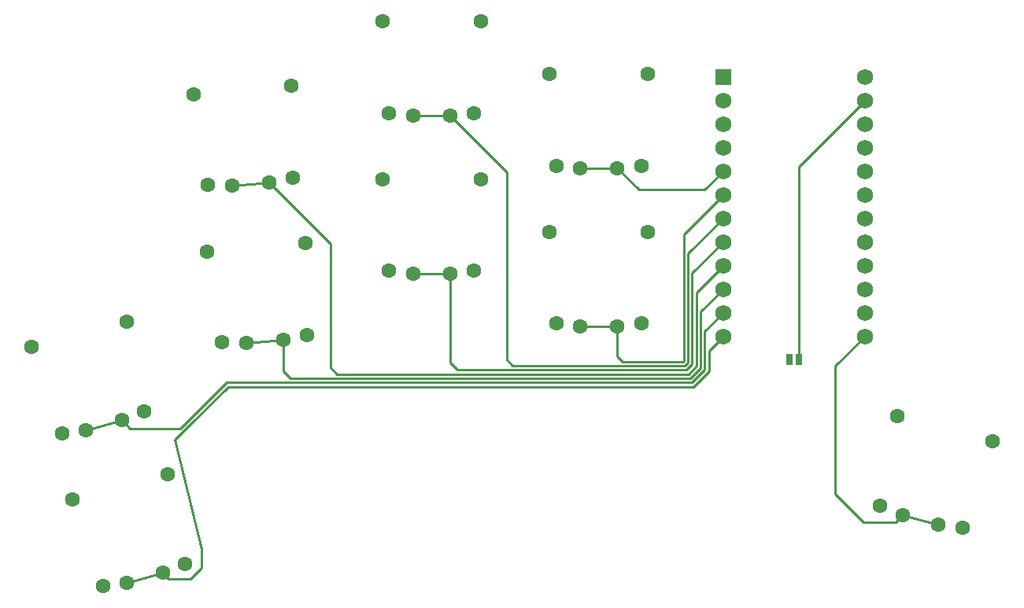
<source format=gbr>
%TF.GenerationSoftware,KiCad,Pcbnew,(5.1.9)-1*%
%TF.CreationDate,2021-06-26T19:40:30+02:00*%
%TF.ProjectId,idiosepius_thailandicus,6964696f-7365-4706-9975-735f74686169,VERSION_HERE*%
%TF.SameCoordinates,Original*%
%TF.FileFunction,Copper,L2,Bot*%
%TF.FilePolarity,Positive*%
%FSLAX46Y46*%
G04 Gerber Fmt 4.6, Leading zero omitted, Abs format (unit mm)*
G04 Created by KiCad (PCBNEW (5.1.9)-1) date 2021-06-26 19:40:30*
%MOMM*%
%LPD*%
G01*
G04 APERTURE LIST*
%TA.AperFunction,ComponentPad*%
%ADD10C,1.600000*%
%TD*%
%TA.AperFunction,ComponentPad*%
%ADD11R,1.752600X1.752600*%
%TD*%
%TA.AperFunction,ComponentPad*%
%ADD12C,1.752600*%
%TD*%
%TA.AperFunction,SMDPad,CuDef*%
%ADD13R,0.635000X1.143000*%
%TD*%
%TA.AperFunction,ComponentPad*%
%ADD14C,0.600000*%
%TD*%
%TA.AperFunction,Conductor*%
%ADD15C,0.250000*%
%TD*%
G04 APERTURE END LIST*
D10*
%TO.P,S1,3*%
%TO.N,N/C*%
X18170769Y6073993D03*
%TO.P,S1,4*%
X7931956Y3330511D03*
%TO.P,S1,1*%
%TO.N,GND*%
X11176790Y-5997509D03*
%TO.P,S1,2*%
%TO.N,P10*%
X17610227Y-4584257D03*
%TO.P,S1,1*%
%TO.N,GND*%
X20024670Y-3626726D03*
%TO.P,S1,2*%
%TO.N,P10*%
X13746524Y-5619534D03*
%TD*%
%TO.P,S2,3*%
%TO.N,N/C*%
X13770846Y22494732D03*
%TO.P,S2,4*%
X3532033Y19751250D03*
%TO.P,S2,1*%
%TO.N,GND*%
X6776867Y10423230D03*
%TO.P,S2,2*%
%TO.N,P16*%
X13210304Y11836482D03*
%TO.P,S2,1*%
%TO.N,GND*%
X15624747Y12794013D03*
%TO.P,S2,2*%
%TO.N,P16*%
X9346601Y10801205D03*
%TD*%
%TO.P,S3,3*%
%TO.N,N/C*%
X32955437Y30920037D03*
%TO.P,S3,4*%
X22395773Y29996186D03*
%TO.P,S3,1*%
%TO.N,GND*%
X23971518Y20246421D03*
%TO.P,S3,2*%
%TO.N,P14*%
X30552625Y20521047D03*
%TO.P,S3,1*%
%TO.N,GND*%
X33096661Y21044767D03*
%TO.P,S3,2*%
%TO.N,P14*%
X26567847Y20172424D03*
%TD*%
%TO.P,S4,3*%
%TO.N,N/C*%
X31473789Y47855346D03*
%TO.P,S4,4*%
X20914125Y46931495D03*
%TO.P,S4,1*%
%TO.N,GND*%
X22489870Y37181730D03*
%TO.P,S4,2*%
%TO.N,P15*%
X29070977Y37456356D03*
%TO.P,S4,1*%
%TO.N,GND*%
X31615013Y37980076D03*
%TO.P,S4,2*%
%TO.N,P15*%
X25086199Y37107733D03*
%TD*%
%TO.P,S5,3*%
%TO.N,N/C*%
X51823412Y37777248D03*
%TO.P,S5,4*%
X41223412Y37777248D03*
%TO.P,S5,1*%
%TO.N,GND*%
X41943412Y27927248D03*
%TO.P,S5,2*%
%TO.N,P18*%
X48523412Y27627248D03*
%TO.P,S5,1*%
%TO.N,GND*%
X51103412Y27927248D03*
%TO.P,S5,2*%
%TO.N,P18*%
X44523412Y27627248D03*
%TD*%
%TO.P,S6,3*%
%TO.N,N/C*%
X51823412Y54777248D03*
%TO.P,S6,4*%
X41223412Y54777248D03*
%TO.P,S6,1*%
%TO.N,GND*%
X41943412Y44927248D03*
%TO.P,S6,2*%
%TO.N,P19*%
X48523412Y44627248D03*
%TO.P,S6,1*%
%TO.N,GND*%
X51103412Y44927248D03*
%TO.P,S6,2*%
%TO.N,P19*%
X44523412Y44627248D03*
%TD*%
%TO.P,S7,3*%
%TO.N,N/C*%
X69823413Y32110582D03*
%TO.P,S7,4*%
X59223413Y32110582D03*
%TO.P,S7,1*%
%TO.N,GND*%
X59943413Y22260582D03*
%TO.P,S7,2*%
%TO.N,P20*%
X66523413Y21960582D03*
%TO.P,S7,1*%
%TO.N,GND*%
X69103413Y22260582D03*
%TO.P,S7,2*%
%TO.N,P20*%
X62523413Y21960582D03*
%TD*%
%TO.P,S8,3*%
%TO.N,N/C*%
X69823412Y49110582D03*
%TO.P,S8,4*%
X59223412Y49110582D03*
%TO.P,S8,1*%
%TO.N,GND*%
X59943412Y39260582D03*
%TO.P,S8,2*%
%TO.N,P21*%
X66523412Y38960582D03*
%TO.P,S8,1*%
%TO.N,GND*%
X69103412Y39260582D03*
%TO.P,S8,2*%
%TO.N,P21*%
X62523412Y38960582D03*
%TD*%
%TO.P,S9,3*%
%TO.N,N/C*%
X106872209Y9576988D03*
%TO.P,S9,4*%
X96633396Y12320470D03*
%TO.P,S9,1*%
%TO.N,GND*%
X94779495Y2619751D03*
%TO.P,S9,2*%
%TO.N,P9*%
X101057641Y626943D03*
%TO.P,S9,1*%
%TO.N,GND*%
X103627375Y248968D03*
%TO.P,S9,2*%
%TO.N,P9*%
X97193938Y1662220D03*
%TD*%
D11*
%TO.P,C1,1*%
%TO.N,RAW*%
X77903412Y48830581D03*
D12*
%TO.P,C1,2*%
%TO.N,GND*%
X77903412Y46290581D03*
%TO.P,C1,3*%
%TO.N,RST*%
X77903412Y43750581D03*
%TO.P,C1,4*%
%TO.N,VCC*%
X77903412Y41210581D03*
%TO.P,C1,5*%
%TO.N,P21*%
X77903412Y38670581D03*
%TO.P,C1,6*%
%TO.N,P20*%
X77903412Y36130581D03*
%TO.P,C1,7*%
%TO.N,P19*%
X77903412Y33590581D03*
%TO.P,C1,8*%
%TO.N,P18*%
X77903412Y31050581D03*
%TO.P,C1,9*%
%TO.N,P15*%
X77903412Y28510581D03*
%TO.P,C1,10*%
%TO.N,P14*%
X77903412Y25970581D03*
%TO.P,C1,11*%
%TO.N,P16*%
X77903412Y23430581D03*
%TO.P,C1,12*%
%TO.N,P10*%
X77903412Y20890581D03*
%TO.P,C1,13*%
%TO.N,P1*%
X93143412Y48830581D03*
%TO.P,C1,14*%
%TO.N,P0*%
X93143412Y46290581D03*
%TO.P,C1,15*%
%TO.N,GND*%
X93143412Y43750581D03*
%TO.P,C1,16*%
X93143412Y41210581D03*
%TO.P,C1,17*%
%TO.N,P2*%
X93143412Y38670581D03*
%TO.P,C1,18*%
%TO.N,P3*%
X93143412Y36130581D03*
%TO.P,C1,19*%
%TO.N,P4*%
X93143412Y33590581D03*
%TO.P,C1,20*%
%TO.N,P5*%
X93143412Y31050581D03*
%TO.P,C1,21*%
%TO.N,P6*%
X93143412Y28510581D03*
%TO.P,C1,22*%
%TO.N,P7*%
X93143412Y25970581D03*
%TO.P,C1,23*%
%TO.N,P8*%
X93143412Y23430581D03*
%TO.P,C1,24*%
%TO.N,P9*%
X93143412Y20890581D03*
%TD*%
D13*
%TO.P,J2,1*%
%TO.N,GND*%
X85023032Y18360582D03*
%TO.P,J2,2*%
%TO.N,P0*%
X86023792Y18360582D03*
%TD*%
D14*
%TO.P,REF\u002A\u002A,1*%
%TO.N,GND*%
X85023412Y18360582D03*
%TD*%
D15*
%TO.N,P10*%
X13746524Y-5619534D02*
X17610228Y-4584257D01*
X76366415Y19353585D02*
X77903412Y20890581D01*
X18245970Y-5220000D02*
X20610000Y-5220000D01*
X17610227Y-4584257D02*
X18245970Y-5220000D01*
X20595531Y11415531D02*
X24650000Y15470000D01*
X20610000Y-5220000D02*
X21790000Y-4040000D01*
X76366415Y17126415D02*
X76366415Y19353585D01*
X24650000Y15470000D02*
X74710000Y15470000D01*
X74710000Y15470000D02*
X76366415Y17126415D01*
X21790000Y-4040000D02*
X21790000Y-1970000D01*
X20595531Y11415531D02*
X18941011Y9751011D01*
X21790000Y-1970000D02*
X18941011Y9751011D01*
%TO.N,P16*%
X9346602Y10801206D02*
X13210305Y11836482D01*
X13210304Y11836482D02*
X14066786Y10980000D01*
X19523590Y10980000D02*
X24463600Y15920010D01*
X14066786Y10980000D02*
X19523590Y10980000D01*
X24463600Y15920010D02*
X74523600Y15920010D01*
X75916405Y21443574D02*
X77903412Y23430581D01*
X75916405Y17312815D02*
X75916405Y21443574D01*
X74523600Y15920010D02*
X75916405Y17312815D01*
%TO.N,P14*%
X26567847Y20172423D02*
X30552625Y20521047D01*
X30552625Y20521047D02*
X30552625Y17137395D01*
X30552625Y17137395D02*
X31320000Y16370020D01*
X31320000Y16370020D02*
X74337200Y16370020D01*
X75466395Y23533564D02*
X77903412Y25970581D01*
X75466395Y17499215D02*
X75466395Y23533564D01*
X74337200Y16370020D02*
X75466395Y17499215D01*
%TO.N,P15*%
X25086199Y37107732D02*
X29070978Y37456355D01*
X29070977Y37456356D02*
X35670000Y30857333D01*
X35670000Y17530000D02*
X36379970Y16820030D01*
X35670000Y30857333D02*
X35670000Y17530000D01*
X36379970Y16820030D02*
X74150800Y16820030D01*
X75016385Y25623554D02*
X77903412Y28510581D01*
X75016385Y17685615D02*
X75016385Y25623554D01*
X74150800Y16820030D02*
X75016385Y17685615D01*
%TO.N,P18*%
X44523412Y27627247D02*
X48523412Y27627248D01*
X48523412Y27627248D02*
X48523412Y18056628D01*
X48523412Y18056628D02*
X49310000Y17270040D01*
X49310000Y17270040D02*
X73964400Y17270040D01*
X73964400Y17270040D02*
X74566375Y17872015D01*
X74566375Y27713544D02*
X77903412Y31050581D01*
X74566375Y17872015D02*
X74566375Y27713544D01*
%TO.N,P19*%
X44523411Y44627247D02*
X48523412Y44627248D01*
X48523412Y44627248D02*
X54610660Y38540000D01*
X54610660Y18369340D02*
X55259950Y17720050D01*
X54610660Y38540000D02*
X54610660Y18369340D01*
X55259950Y17720050D02*
X73778000Y17720050D01*
X73778000Y17720050D02*
X74116365Y18058415D01*
X74116365Y29803534D02*
X74116365Y28636365D01*
X77903412Y33590581D02*
X74116365Y29803534D01*
X74116365Y28636365D02*
X74116365Y29041460D01*
X74116365Y18058415D02*
X74116365Y28636365D01*
%TO.N,P20*%
X62523412Y21960583D02*
X66523412Y21960582D01*
X66523413Y21960582D02*
X66523413Y18696647D01*
X66523413Y18696647D02*
X67050000Y18170060D01*
X67050000Y18170060D02*
X73591600Y18170060D01*
X73591600Y18170060D02*
X73666355Y18244815D01*
X77903412Y36130581D02*
X73666355Y31893524D01*
X73666355Y28796355D02*
X73666356Y29989935D01*
X73666355Y31893524D02*
X73666355Y28796355D01*
X73666355Y18244815D02*
X73666355Y28796355D01*
%TO.N,P21*%
X62523412Y38960581D02*
X66523411Y38960581D01*
X66523412Y38960582D02*
X68833994Y36650000D01*
X75882831Y36650000D02*
X77903412Y38670581D01*
X68833994Y36650000D02*
X75882831Y36650000D01*
%TO.N,P9*%
X97193937Y1662221D02*
X101057640Y626944D01*
X97193938Y1662220D02*
X96431718Y900000D01*
X96431718Y900000D02*
X93010000Y900000D01*
X93010000Y900000D02*
X89970000Y3940000D01*
X89970000Y17717169D02*
X93143412Y20890581D01*
X89970000Y3940000D02*
X89970000Y17717169D01*
%TO.N,P0*%
X86023792Y39170961D02*
X93143412Y46290581D01*
X86023792Y18360582D02*
X86023792Y39170961D01*
%TD*%
M02*

</source>
